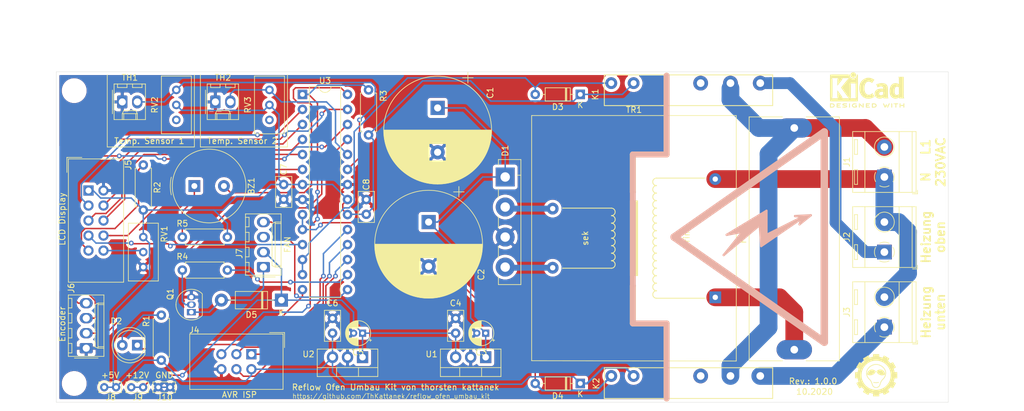
<source format=kicad_pcb>
(kicad_pcb (version 20171130) (host pcbnew 5.1.7-a382d34a8~87~ubuntu20.04.1)
  (title_block (date 2020-10-22))
  (layers (0 F.Cu signal) (31 B.Cu signal) (34 B.Paste user) (35 F.Paste user) (36 B.SilkS user) (37 F.SilkS user) (38 B.Mask user) (39 F.Mask user) (44 Edge.Cuts user))
  (net 0 "")
  (net 1 "Net-(C1-Pad1)")
  (net 2 "Net-(D1-Pad2)")
  (net 3 "Net-(D1-Pad4)")
  (net 4 "Net-(F1-Pad1)")
  (net 5 "Net-(K1-Pad12)")
  (net 6 "Net-(K2-Pad12)")
  (net 7 "Net-(J2-Pad1)")
  (net 8 "Net-(J3-Pad1)")
  (net 9 GND)
  (net 10 L1-230VAC)
  (net 11 N-230VAC)
  (net 12 HEIZUNG_OBEN)
  (net 13 HEIZUNG_UNTEN)
  (net 14 +12V)
  (net 15 +5V)
  (net 16 RST)
  (net 17 MOSI)
  (net 18 SCK)
  (net 19 MISO)
  (net 20 "Net-(D2-Pad2)")
  (net 21 "Net-(D2-Pad1)")
  (net 22 "Net-(J5-Pad10)")
  (net 23 "Net-(J5-Pad9)")
  (net 24 LCD_RS)
  (net 25 LCD_EN)
  (net 26 LCD_D7)
  (net 27 LCD_D6)
  (net 28 LCD_D5)
  (net 29 LCD_D4)
  (net 30 ADC0)
  (net 31 "Net-(RV2-Pad3)")
  (net 32 "Net-(D5-Pad2)")
  (net 33 KEY2)
  (net 34 KEY1)
  (net 35 KEY0)
  (net 36 FAN_PWM)
  (net 37 "Net-(J7-Pad3)")
  (net 38 "Net-(Q1-Pad2)")
  (net 39 FAN_POWER)
  (net 40 "Net-(RV3-Pad3)")
  (net 41 ADC1)
  (net 42 BUZZER)
  (net 43 "Net-(BZ1-Pad1)")
  (module Resistor_THT:R_Axial_DIN0207_L6.3mm_D2.5mm_P7.62mm_Horizontal (layer F.Cu) (at 73.66 76.2)
    (fp_text reference R5 (at 0 -2.286) (layer F.SilkS))
    (fp_text value 150)
    (pad 2 thru_hole oval (at 7.62 0) (size 1.6 1.6) (drill 0.8) (layers *.Cu *.Mask) (net 15 +5V))
    (pad 1 thru_hole circle (at 0 0) (size 1.6 1.6) (drill 0.8) (layers *.Cu *.Mask) (net 43 "Net-(BZ1-Pad1)"))
  )
  (module Capacitor_THT:CP_Radial_D4.0mm_P1.50mm (layer F.Cu) (at 104.14 92.456 180)
    (fp_text reference C5 (at 0.75 -3.25) (layer F.SilkS))
    (fp_text value 0,33u)
    (pad 2 thru_hole circle (at 1.5 0 180) (size 1.2 1.2) (drill 0.6) (layers *.Cu *.Mask) (net 9 GND))
    (pad 1 thru_hole rect (at 0 0 180) (size 1.2 1.2) (drill 0.6) (layers *.Cu *.Mask) (net 14 +12V))
  )
  (module Capacitor_THT:CP_Radial_D4.0mm_P1.50mm (layer F.Cu) (at 124.968 92.456 180)
    (fp_text reference C3 (at 0.75 -3.25) (layer F.SilkS))
    (fp_text value 0,33u)
    (pad 2 thru_hole circle (at 1.5 0 180) (size 1.2 1.2) (drill 0.6) (layers *.Cu *.Mask) (net 9 GND))
    (pad 1 thru_hole rect (at 0 0 180) (size 1.2 1.2) (drill 0.6) (layers *.Cu *.Mask) (net 1 "Net-(C1-Pad1)"))
  )
  (module LED_THT:LED_D5.0mm (layer F.Cu) (at 66.04 94.488 180)
    (fp_text reference D2 (at 3.556 4.064) (layer F.SilkS))
    (fp_text value LED)
    (pad 2 thru_hole circle (at 2.54 0 180) (size 1.8 1.8) (drill 0.9) (layers *.Cu *.Mask) (net 20 "Net-(D2-Pad2)"))
    (pad 1 thru_hole rect (at 0 0 180) (size 1.8 1.8) (drill 0.9) (layers *.Cu *.Mask) (net 21 "Net-(D2-Pad1)"))
  )
  (module Resistor_THT:R_Axial_DIN0207_L6.3mm_D2.5mm_P7.62mm_Horizontal (layer F.Cu) (at 70.104 97.028 90)
    (fp_text reference R1 (at 6.604 -2.54 90) (layer F.SilkS))
    (fp_text value 1,5k)
    (pad 2 thru_hole oval (at 7.62 0 90) (size 1.6 1.6) (drill 0.8) (layers *.Cu *.Mask) (net 20 "Net-(D2-Pad2)"))
    (pad 1 thru_hole circle (at 0 0 90) (size 1.6 1.6) (drill 0.8) (layers *.Cu *.Mask) (net 15 +5V))
  )
  (module Capacitor_THT:CP_Radial_D18.0mm_P7.50mm (layer F.Cu) (at 116.84 54.356 270)
    (fp_text reference C1 (at -2.54 -8.89 90) (layer F.SilkS))
    (fp_text value 10m)
    (pad 2 thru_hole circle (at 7.5 0 270) (size 2.4 2.4) (drill 1.2) (layers *.Cu *.Mask) (net 9 GND))
    (pad 1 thru_hole rect (at 0 0 270) (size 2.4 2.4) (drill 1.2) (layers *.Cu *.Mask) (net 1 "Net-(C1-Pad1)"))
  )
  (module Connector_IDC:IDC-Header_2x03_P2.54mm_Vertical (layer F.Cu) (at 85.344 96.012 270)
    (fp_text reference J4 (at -4.064 9.652 180) (layer F.SilkS))
    (fp_text value AVR-ISP-6)
    (pad 6 thru_hole oval (at 2.54 5.08 270) (size 1.7272 1.7272) (drill 1.016) (layers *.Cu *.Mask) (net 9 GND))
    (pad 5 thru_hole oval (at 0 5.08 270) (size 1.7272 1.7272) (drill 1.016) (layers *.Cu *.Mask) (net 16 RST))
    (pad 4 thru_hole oval (at 2.54 2.54 270) (size 1.7272 1.7272) (drill 1.016) (layers *.Cu *.Mask) (net 17 MOSI))
    (pad 3 thru_hole oval (at 0 2.54 270) (size 1.7272 1.7272) (drill 1.016) (layers *.Cu *.Mask) (net 18 SCK))
    (pad 2 thru_hole oval (at 2.54 0 270) (size 1.7272 1.7272) (drill 1.016) (layers *.Cu *.Mask) (net 15 +5V))
    (pad 1 thru_hole rect (at 0 0 270) (size 1.7272 1.7272) (drill 1.016) (layers *.Cu *.Mask) (net 19 MISO))
  )
  (module TestPoint:TestPoint_Bridge_Pitch2.0mm_Drill0.7mm (layer F.Cu) (at 69.596 101.6)
    (fp_text reference J10 (at 1.1 1.7) (layer F.SilkS))
    (fp_text value GND (at 1.016 -2.032) (layer F.SilkS))
    (pad 1 thru_hole circle (at 2 0) (size 1.4 1.4) (drill 0.7) (layers *.Cu *.Mask) (net 9 GND))
    (pad 1 thru_hole circle (at 0 0) (size 1.4 1.4) (drill 0.7) (layers *.Cu *.Mask) (net 9 GND))
  )
  (module TestPoint:TestPoint_Bridge_Pitch2.0mm_Drill0.7mm (layer F.Cu) (at 65.024 101.6)
    (fp_text reference J9 (at 1.1 1.7) (layer F.SilkS))
    (fp_text value +12V (at 1.016 -2.032) (layer F.SilkS))
    (pad 1 thru_hole circle (at 2 0) (size 1.4 1.4) (drill 0.7) (layers *.Cu *.Mask) (net 14 +12V))
    (pad 1 thru_hole circle (at 0 0) (size 1.4 1.4) (drill 0.7) (layers *.Cu *.Mask) (net 14 +12V))
  )
  (module TestPoint:TestPoint_Bridge_Pitch2.0mm_Drill0.7mm (layer F.Cu) (at 60.452 101.6)
    (fp_text reference J8 (at 1.1 1.7) (layer F.SilkS))
    (fp_text value +5V (at 1.016 -2.032) (layer F.SilkS))
    (pad 1 thru_hole circle (at 2 0) (size 1.4 1.4) (drill 0.7) (layers *.Cu *.Mask) (net 15 +5V))
    (pad 1 thru_hole circle (at 0 0) (size 1.4 1.4) (drill 0.7) (layers *.Cu *.Mask) (net 15 +5V))
  )
  (module Buzzer_Beeper:Buzzer_TDK_PS1240P02BT_D12.2mm_H6.5mm (layer F.Cu) (at 75.692 67.564)
    (fp_text reference BZ1 (at 9.652 0 90) (layer F.SilkS))
    (fp_text value Buzzer)
    (pad 2 thru_hole circle (at 5 0) (size 2 2) (drill 1) (layers *.Cu *.Mask) (net 42 BUZZER))
    (pad 1 thru_hole rect (at 0 0) (size 2 2) (drill 1) (layers *.Cu *.Mask) (net 43 "Net-(BZ1-Pad1)"))
  )
  (module Connector_Molex:Molex_KK-254_AE-6410-02A_1x02_P2.54mm_Vertical (layer F.Cu) (at 79.248 53.34)
    (fp_text reference TH2 (at 1.27 -4.12) (layer F.SilkS))
    (fp_text value KTY84-130)
    (pad 2 thru_hole oval (at 2.54 0) (size 1.74 2.2) (drill 1.2) (layers *.Cu *.Mask) (net 41 ADC1))
    (pad 1 thru_hole roundrect (at 0 0) (size 1.74 2.2) (drill 1.2) (layers *.Cu *.Mask) (roundrect_rratio 0.1436775862068966) (net 9 GND))
  )
  (module Potentiometer_THT:Potentiometer_Bourns_3296W_Vertical (layer F.Cu) (at 88.392 51.308 90)
    (fp_text reference RV3 (at -2.54 -3.66 90) (layer F.SilkS))
    (fp_text value 10k)
    (pad 3 thru_hole circle (at -5.08 0 90) (size 1.44 1.44) (drill 0.8) (layers *.Cu *.Mask) (net 40 "Net-(RV3-Pad3)"))
    (pad 2 thru_hole circle (at -2.54 0 90) (size 1.44 1.44) (drill 0.8) (layers *.Cu *.Mask) (net 15 +5V))
    (pad 1 thru_hole circle (at 0 0 90) (size 1.44 1.44) (drill 0.8) (layers *.Cu *.Mask) (net 41 ADC1))
  )
  (module Resistor_THT:R_Axial_DIN0207_L6.3mm_D2.5mm_P7.62mm_Horizontal (layer F.Cu) (at 73.66 81.788)
    (fp_text reference R4 (at 0 -2.286) (layer F.SilkS))
    (fp_text value 220)
    (pad 2 thru_hole oval (at 7.62 0) (size 1.6 1.6) (drill 0.8) (layers *.Cu *.Mask) (net 39 FAN_POWER))
    (pad 1 thru_hole circle (at 0 0) (size 1.6 1.6) (drill 0.8) (layers *.Cu *.Mask) (net 38 "Net-(Q1-Pad2)"))
  )
  (module Package_TO_SOT_THT:TO-92_Inline (layer F.Cu) (at 75.184 88.9 90)
    (fp_text reference Q1 (at 3.048 -3.556 90) (layer F.SilkS))
    (fp_text value BC337)
    (pad 1 thru_hole rect (at 0 0 90) (size 1.05 1.5) (drill 0.75) (layers *.Cu *.Mask) (net 32 "Net-(D5-Pad2)"))
    (pad 3 thru_hole oval (at 2.54 0 90) (size 1.05 1.5) (drill 0.75) (layers *.Cu *.Mask) (net 9 GND))
    (pad 2 thru_hole oval (at 1.27 0 90) (size 1.05 1.5) (drill 0.75) (layers *.Cu *.Mask) (net 38 "Net-(Q1-Pad2)"))
  )
  (module Connector_Molex:Molex_KK-254_AE-6410-04A_1x04_P2.54mm_Vertical (layer F.Cu) (at 87.376 81.28 90)
    (fp_text reference J7 (at 2.286 -4.064 90) (layer F.SilkS))
    (fp_text value FAN (at 3.81 4.08 90) (layer F.SilkS))
    (pad 4 thru_hole oval (at 7.62 0 90) (size 1.74 2.2) (drill 1.2) (layers *.Cu *.Mask) (net 36 FAN_PWM))
    (pad 3 thru_hole oval (at 5.08 0 90) (size 1.74 2.2) (drill 1.2) (layers *.Cu *.Mask) (net 37 "Net-(J7-Pad3)"))
    (pad 2 thru_hole oval (at 2.54 0 90) (size 1.74 2.2) (drill 1.2) (layers *.Cu *.Mask) (net 14 +12V))
    (pad 1 thru_hole roundrect (at 0 0 90) (size 1.74 2.2) (drill 1.2) (layers *.Cu *.Mask) (roundrect_rratio 0.1436775862068966) (net 32 "Net-(D5-Pad2)"))
  )
  (module Connector_Molex:Molex_KK-254_AE-6410-04A_1x04_P2.54mm_Vertical (layer F.Cu) (at 57.404 94.996 90)
    (fp_text reference J6 (at 10.16 -2.54 90) (layer F.SilkS))
    (fp_text value Encoder (at 4.064 -4.064 90) (layer F.SilkS))
    (pad 4 thru_hole oval (at 7.62 0 90) (size 1.74 2.2) (drill 1.2) (layers *.Cu *.Mask) (net 33 KEY2))
    (pad 3 thru_hole oval (at 5.08 0 90) (size 1.74 2.2) (drill 1.2) (layers *.Cu *.Mask) (net 34 KEY1))
    (pad 2 thru_hole oval (at 2.54 0 90) (size 1.74 2.2) (drill 1.2) (layers *.Cu *.Mask) (net 35 KEY0))
    (pad 1 thru_hole roundrect (at 0 0 90) (size 1.74 2.2) (drill 1.2) (layers *.Cu *.Mask) (roundrect_rratio 0.1436775862068966) (net 9 GND))
  )
  (module Diode_THT:D_DO-41_SOD81_P10.16mm_Horizontal (layer F.Cu) (at 90.424 86.868 180)
    (fp_text reference D5 (at 5.08 -2.47) (layer F.SilkS))
    (fp_text value 1N4001)
    (fp_text user K (at 0 -2.1) (layer F.SilkS))
    (pad 2 thru_hole oval (at 10.16 0 180) (size 2.2 2.2) (drill 1.1) (layers *.Cu *.Mask) (net 32 "Net-(D5-Pad2)"))
    (pad 1 thru_hole rect (at 0 0 180) (size 2.2 2.2) (drill 1.1) (layers *.Cu *.Mask) (net 14 +12V))
  )
  (module Connector_Molex:Molex_KK-254_AE-6410-02A_1x02_P2.54mm_Vertical (layer F.Cu) (at 63.5 53.34)
    (fp_text reference TH1 (at 1.27 -4.12) (layer F.SilkS))
    (fp_text value KTY84-130)
    (pad 2 thru_hole oval (at 2.54 0) (size 1.74 2.2) (drill 1.2) (layers *.Cu *.Mask) (net 30 ADC0))
    (pad 1 thru_hole roundrect (at 0 0) (size 1.74 2.2) (drill 1.2) (layers *.Cu *.Mask) (roundrect_rratio 0.1436775862068966) (net 9 GND))
  )
  (module Potentiometer_THT:Potentiometer_Bourns_3296W_Vertical (layer F.Cu) (at 72.644 51.308 90)
    (fp_text reference RV2 (at -2.54 -3.66 90) (layer F.SilkS))
    (fp_text value 10k)
    (pad 3 thru_hole circle (at -5.08 0 90) (size 1.44 1.44) (drill 0.8) (layers *.Cu *.Mask) (net 31 "Net-(RV2-Pad3)"))
    (pad 2 thru_hole circle (at -2.54 0 90) (size 1.44 1.44) (drill 0.8) (layers *.Cu *.Mask) (net 15 +5V))
    (pad 1 thru_hole circle (at 0 0 90) (size 1.44 1.44) (drill 0.8) (layers *.Cu *.Mask) (net 30 ADC0))
  )
  (module logos_tk:high_voltage_26mm_fsilk (layer B.Cu) (at 172.085 76.2 270)
    (fp_text reference REF** hide)
    (fp_text value high_voltage_26mm_fsilk hide)
  )
  (module Diode_THT:D_DO-35_SOD27_P7.62mm_Horizontal (layer F.Cu) (at 140.97 100.965 180)
    (fp_text reference D4 (at 3.81 -2.12) (layer F.SilkS))
    (fp_text value 1N4148)
    (fp_text user K (at 0 -1.8) (layer F.SilkS))
    (pad 2 thru_hole oval (at 7.62 0 180) (size 1.6 1.6) (drill 0.8) (layers *.Cu *.Mask) (net 13 HEIZUNG_UNTEN))
    (pad 1 thru_hole rect (at 0 0 180) (size 1.6 1.6) (drill 0.8) (layers *.Cu *.Mask) (net 15 +5V))
  )
  (module Diode_THT:D_DO-35_SOD27_P7.62mm_Horizontal (layer F.Cu) (at 140.97 52.07 180)
    (fp_text reference D3 (at 3.81 -2.12) (layer F.SilkS))
    (fp_text value 1N4148)
    (fp_text user K (at 0 -1.8) (layer F.SilkS))
    (pad 2 thru_hole oval (at 7.62 0 180) (size 1.6 1.6) (drill 0.8) (layers *.Cu *.Mask) (net 12 HEIZUNG_OBEN))
    (pad 1 thru_hole rect (at 0 0 180) (size 1.6 1.6) (drill 0.8) (layers *.Cu *.Mask) (net 15 +5V))
  )
  (module Resistor_THT:R_Axial_DIN0207_L6.3mm_D2.5mm_P7.62mm_Horizontal (layer F.Cu) (at 105.156 58.928 90)
    (fp_text reference R3 (at 6.604 2.54 90) (layer F.SilkS))
    (fp_text value 10k)
    (pad 2 thru_hole oval (at 7.62 0 90) (size 1.6 1.6) (drill 0.8) (layers *.Cu *.Mask) (net 16 RST))
    (pad 1 thru_hole circle (at 0 0 90) (size 1.6 1.6) (drill 0.8) (layers *.Cu *.Mask) (net 15 +5V))
  )
  (module MountingHole:MountingHole_3.2mm_M3_DIN965 (layer F.Cu) (at 200.025 100.965)
    (fp_text reference REF** hide)
    (fp_text value MountingHole_3.2mm_M3_DIN965)
    (pad 1 np_thru_hole circle (at 0 0) (size 3.2 3.2) (drill 3.2) (layers *.Cu *.Mask))
  )
  (module MountingHole:MountingHole_3.2mm_M3_DIN965 (layer F.Cu) (at 200.025 51.435)
    (fp_text reference REF** hide)
    (fp_text value MountingHole_3.2mm_M3_DIN965)
    (pad 1 np_thru_hole circle (at 0 0) (size 3.2 3.2) (drill 3.2) (layers *.Cu *.Mask))
  )
  (module MountingHole:MountingHole_3.2mm_M3_DIN965 (layer F.Cu) (at 55.372 100.965)
    (fp_text reference REF** hide)
    (fp_text value MountingHole_3.2mm_M3_DIN965)
    (pad 1 np_thru_hole circle (at 0 0) (size 3.2 3.2) (drill 3.2) (layers *.Cu *.Mask))
  )
  (module MountingHole:MountingHole_3.2mm_M3_DIN965 (layer F.Cu) (at 55.372 51.435)
    (fp_text reference REF** hide)
    (fp_text value MountingHole_3.2mm_M3_DIN965)
    (pad 1 np_thru_hole circle (at 0 0) (size 3.2 3.2) (drill 3.2) (layers *.Cu *.Mask))
  )
  (module Potentiometer_THT:Potentiometer_Bourns_3296W_Vertical (layer F.Cu) (at 67.056 76.2 90)
    (fp_text reference RV1 (at 0.508 3.556 90) (layer F.SilkS))
    (fp_text value 10k)
    (pad 3 thru_hole circle (at -5.08 0 90) (size 1.44 1.44) (drill 0.8) (layers *.Cu *.Mask) (net 9 GND))
    (pad 2 thru_hole circle (at -2.54 0 90) (size 1.44 1.44) (drill 0.8) (layers *.Cu *.Mask) (net 22 "Net-(J5-Pad10)"))
    (pad 1 thru_hole circle (at 0 0 90) (size 1.44 1.44) (drill 0.8) (layers *.Cu *.Mask) (net 15 +5V))
  )
  (module Resistor_THT:R_Axial_DIN0207_L6.3mm_D2.5mm_P7.62mm_Horizontal (layer F.Cu) (at 67.056 64.008 270)
    (fp_text reference R2 (at 3.81 -2.37 90) (layer F.SilkS))
    (fp_text value 150)
    (pad 2 thru_hole oval (at 7.62 0 270) (size 1.6 1.6) (drill 0.8) (layers *.Cu *.Mask) (net 15 +5V))
    (pad 1 thru_hole circle (at 0 0 270) (size 1.6 1.6) (drill 0.8) (layers *.Cu *.Mask) (net 23 "Net-(J5-Pad9)"))
  )
  (module Connector_IDC:IDC-Header_2x05_P2.54mm_Vertical (layer F.Cu) (at 57.785 68.326)
    (fp_text reference J5 (at 6.731 -4.318 90) (layer F.SilkS))
    (fp_text value "LCD Display" (at -4.445 4.826 90) (layer F.SilkS))
    (pad 10 thru_hole oval (at 2.54 10.16) (size 1.7272 1.7272) (drill 1.016) (layers *.Cu *.Mask) (net 22 "Net-(J5-Pad10)"))
    (pad 9 thru_hole oval (at 0 10.16) (size 1.7272 1.7272) (drill 1.016) (layers *.Cu *.Mask) (net 23 "Net-(J5-Pad9)"))
    (pad 8 thru_hole oval (at 2.54 7.62) (size 1.7272 1.7272) (drill 1.016) (layers *.Cu *.Mask) (net 24 LCD_RS))
    (pad 7 thru_hole oval (at 0 7.62) (size 1.7272 1.7272) (drill 1.016) (layers *.Cu *.Mask) (net 25 LCD_EN))
    (pad 6 thru_hole oval (at 2.54 5.08) (size 1.7272 1.7272) (drill 1.016) (layers *.Cu *.Mask) (net 26 LCD_D7))
    (pad 5 thru_hole oval (at 0 5.08) (size 1.7272 1.7272) (drill 1.016) (layers *.Cu *.Mask) (net 27 LCD_D6))
    (pad 4 thru_hole oval (at 2.54 2.54) (size 1.7272 1.7272) (drill 1.016) (layers *.Cu *.Mask) (net 28 LCD_D5))
    (pad 3 thru_hole oval (at 0 2.54) (size 1.7272 1.7272) (drill 1.016) (layers *.Cu *.Mask) (net 29 LCD_D4))
    (pad 2 thru_hole oval (at 2.54 0) (size 1.7272 1.7272) (drill 1.016) (layers *.Cu *.Mask) (net 9 GND))
    (pad 1 thru_hole rect (at 0 0) (size 1.7272 1.7272) (drill 1.016) (layers *.Cu *.Mask) (net 15 +5V))
  )
  (module Capacitor_THT:C_Disc_D5.0mm_W2.5mm_P2.50mm (layer F.Cu) (at 104.775 69.85 270)
    (fp_text reference C8 (at -2.54 0 90) (layer F.SilkS))
    (fp_text value 100n)
    (pad 2 thru_hole circle (at 2.5 0 270) (size 1.6 1.6) (drill 0.8) (layers *.Cu *.Mask) (net 15 +5V))
    (pad 1 thru_hole circle (at 0 0 270) (size 1.6 1.6) (drill 0.8) (layers *.Cu *.Mask) (net 9 GND))
  )
  (module Capacitor_THT:C_Disc_D5.0mm_W2.5mm_P2.50mm (layer F.Cu) (at 90.805 67.31 270)
    (fp_text reference C7 (at -2.54 0 90) (layer F.SilkS))
    (fp_text value 100n)
    (pad 2 thru_hole circle (at 2.5 0 270) (size 1.6 1.6) (drill 0.8) (layers *.Cu *.Mask) (net 9 GND))
    (pad 1 thru_hole circle (at 0 0 270) (size 1.6 1.6) (drill 0.8) (layers *.Cu *.Mask) (net 15 +5V))
  )
  (module Package_DIP:DIP-28_W7.62mm (layer F.Cu) (at 93.98 52.07)
    (fp_text reference U3 (at 3.81 -2.33) (layer F.SilkS))
    (fp_text value ATmega8-16PU)
    (pad 28 thru_hole oval (at 7.62 0) (size 1.6 1.6) (drill 0.8) (layers *.Cu *.Mask) (net 42 BUZZER))
    (pad 14 thru_hole oval (at 0 33.02) (size 1.6 1.6) (drill 0.8) (layers *.Cu *.Mask) (net 21 "Net-(D2-Pad1)"))
    (pad 27 thru_hole oval (at 7.62 2.54) (size 1.6 1.6) (drill 0.8) (layers *.Cu *.Mask) (net 33 KEY2))
    (pad 13 thru_hole oval (at 0 30.48) (size 1.6 1.6) (drill 0.8) (layers *.Cu *.Mask) (net 12 HEIZUNG_OBEN))
    (pad 26 thru_hole oval (at 7.62 5.08) (size 1.6 1.6) (drill 0.8) (layers *.Cu *.Mask) (net 34 KEY1))
    (pad 12 thru_hole oval (at 0 27.94) (size 1.6 1.6) (drill 0.8) (layers *.Cu *.Mask) (net 12 HEIZUNG_OBEN))
    (pad 25 thru_hole oval (at 7.62 7.62) (size 1.6 1.6) (drill 0.8) (layers *.Cu *.Mask) (net 35 KEY0))
    (pad 11 thru_hole oval (at 0 25.4) (size 1.6 1.6) (drill 0.8) (layers *.Cu *.Mask) (net 25 LCD_EN))
    (pad 24 thru_hole oval (at 7.62 10.16) (size 1.6 1.6) (drill 0.8) (layers *.Cu *.Mask) (net 41 ADC1))
    (pad 10 thru_hole oval (at 0 22.86) (size 1.6 1.6) (drill 0.8) (layers *.Cu *.Mask) (net 13 HEIZUNG_UNTEN))
    (pad 23 thru_hole oval (at 7.62 12.7) (size 1.6 1.6) (drill 0.8) (layers *.Cu *.Mask) (net 30 ADC0))
    (pad 9 thru_hole oval (at 0 20.32) (size 1.6 1.6) (drill 0.8) (layers *.Cu *.Mask) (net 13 HEIZUNG_UNTEN))
    (pad 22 thru_hole oval (at 7.62 15.24) (size 1.6 1.6) (drill 0.8) (layers *.Cu *.Mask) (net 9 GND))
    (pad 8 thru_hole oval (at 0 17.78) (size 1.6 1.6) (drill 0.8) (layers *.Cu *.Mask) (net 9 GND))
    (pad 21 thru_hole oval (at 7.62 17.78) (size 1.6 1.6) (drill 0.8) (layers *.Cu *.Mask) (net 15 +5V))
    (pad 7 thru_hole oval (at 0 15.24) (size 1.6 1.6) (drill 0.8) (layers *.Cu *.Mask) (net 15 +5V))
    (pad 20 thru_hole oval (at 7.62 20.32) (size 1.6 1.6) (drill 0.8) (layers *.Cu *.Mask) (net 15 +5V))
    (pad 6 thru_hole oval (at 0 12.7) (size 1.6 1.6) (drill 0.8) (layers *.Cu *.Mask) (net 24 LCD_RS))
    (pad 19 thru_hole oval (at 7.62 22.86) (size 1.6 1.6) (drill 0.8) (layers *.Cu *.Mask) (net 18 SCK))
    (pad 5 thru_hole oval (at 0 10.16) (size 1.6 1.6) (drill 0.8) (layers *.Cu *.Mask) (net 26 LCD_D7))
    (pad 18 thru_hole oval (at 7.62 25.4) (size 1.6 1.6) (drill 0.8) (layers *.Cu *.Mask) (net 19 MISO))
    (pad 4 thru_hole oval (at 0 7.62) (size 1.6 1.6) (drill 0.8) (layers *.Cu *.Mask) (net 27 LCD_D6))
    (pad 17 thru_hole oval (at 7.62 27.94) (size 1.6 1.6) (drill 0.8) (layers *.Cu *.Mask) (net 17 MOSI))
    (pad 3 thru_hole oval (at 0 5.08) (size 1.6 1.6) (drill 0.8) (layers *.Cu *.Mask) (net 28 LCD_D5))
    (pad 16 thru_hole oval (at 7.62 30.48) (size 1.6 1.6) (drill 0.8) (layers *.Cu *.Mask) (net 39 FAN_POWER))
    (pad 2 thru_hole oval (at 0 2.54) (size 1.6 1.6) (drill 0.8) (layers *.Cu *.Mask) (net 29 LCD_D4))
    (pad 15 thru_hole oval (at 7.62 33.02) (size 1.6 1.6) (drill 0.8) (layers *.Cu *.Mask) (net 36 FAN_PWM))
    (pad 1 thru_hole rect (at 0 0) (size 1.6 1.6) (drill 0.8) (layers *.Cu *.Mask) (net 16 RST))
  )
  (module logos_tk:logo_01_7_1mm_fsilk (layer F.Cu) (at 191.008 99.568)
    (fp_text reference G*** hide)
    (fp_text value LOGO hide)
  )
  (module Package_TO_SOT_THT:TO-220-3_Vertical (layer F.Cu) (at 104.14 96.52 180)
    (fp_text reference U2 (at 9.144 0.508) (layer F.SilkS))
    (fp_text value L7805)
    (pad 3 thru_hole oval (at 5.08 0 180) (size 1.905 2) (drill 1.1) (layers *.Cu *.Mask) (net 15 +5V))
    (pad 2 thru_hole oval (at 2.54 0 180) (size 1.905 2) (drill 1.1) (layers *.Cu *.Mask) (net 9 GND))
    (pad 1 thru_hole rect (at 0 0 180) (size 1.905 2) (drill 1.1) (layers *.Cu *.Mask) (net 14 +12V))
  )
  (module Package_TO_SOT_THT:TO-220-3_Vertical (layer F.Cu) (at 124.968 96.52 180)
    (fp_text reference U1 (at 9.144 0.508) (layer F.SilkS))
    (fp_text value L7812)
    (pad 3 thru_hole oval (at 5.08 0 180) (size 1.905 2) (drill 1.1) (layers *.Cu *.Mask) (net 14 +12V))
    (pad 2 thru_hole oval (at 2.54 0 180) (size 1.905 2) (drill 1.1) (layers *.Cu *.Mask) (net 9 GND))
    (pad 1 thru_hole rect (at 0 0 180) (size 1.905 2) (drill 1.1) (layers *.Cu *.Mask) (net 1 "Net-(C1-Pad1)"))
  )
  (module Capacitor_THT:C_Disc_D5.0mm_W2.5mm_P2.50mm (layer F.Cu) (at 99.06 92.456 90)
    (fp_text reference C6 (at 5.08 0 180) (layer F.SilkS))
    (fp_text value 100n)
    (pad 2 thru_hole circle (at 2.5 0 90) (size 1.6 1.6) (drill 0.8) (layers *.Cu *.Mask) (net 9 GND))
    (pad 1 thru_hole circle (at 0 0 90) (size 1.6 1.6) (drill 0.8) (layers *.Cu *.Mask) (net 15 +5V))
  )
  (module Capacitor_THT:C_Disc_D5.0mm_W2.5mm_P2.50mm (layer F.Cu) (at 119.888 92.456 90)
    (fp_text reference C4 (at 5.08 0 180) (layer F.SilkS))
    (fp_text value 100n)
    (pad 2 thru_hole circle (at 2.5 0 90) (size 1.6 1.6) (drill 0.8) (layers *.Cu *.Mask) (net 9 GND))
    (pad 1 thru_hole circle (at 0 0 90) (size 1.6 1.6) (drill 0.8) (layers *.Cu *.Mask) (net 14 +12V))
  )
  (module transformer_tk:Transformer_NF_GERTH_387.12-1 (layer F.Cu) (at 163.83 86.36)
    (fp_text reference TR1 (at -13.7795 -31.6865) (layer F.SilkS))
    (fp_text value GERTH_12V_3.6VA)
    (fp_text user sek (at -22.0345 -9.9695 270) (layer F.SilkS))
    (fp_text user prim (at -4.8895 -9.9695 90) (layer F.SilkS))
    (pad 1 thru_hole rect (at -0.0295 0.0305) (size 2 2) (drill 0.9) (layers *.Cu *.Mask) (net 4 "Net-(F1-Pad1)"))
    (pad 5 thru_hole circle (at -0.0295 -19.9695) (size 2 2) (drill 0.9) (layers *.Cu *.Mask) (net 11 N-230VAC))
    (pad 9 thru_hole circle (at -27.5295 -4.9695) (size 2 2) (drill 0.9) (layers *.Cu *.Mask) (net 3 "Net-(D1-Pad4)"))
    (pad 7 thru_hole circle (at -27.5295 -14.9695) (size 2 2) (drill 0.9) (layers *.Cu *.Mask) (net 2 "Net-(D1-Pad2)"))
  )
  (module Symbol:KiCad-Logo2_5mm_SilkScreen (layer F.Cu) (at 189.484 51.308)
    (fp_text reference REF** hide)
    (fp_text value KiCad-Logo2_5mm_SilkScreen hide)
  )
  (module TerminalBlock_RND:TerminalBlock_RND_205-00287_1x02_P5.08mm_Horizontal (layer F.Cu) (at 192.405 78.74 90)
    (fp_text reference J2 (at 2.54 -6.36 90) (layer F.SilkS))
    (fp_text value "Heizung oben")
    (pad 2 thru_hole circle (at 5.08 0 90) (size 2.5 2.5) (drill 1.3) (layers *.Cu *.Mask) (net 11 N-230VAC))
    (pad 1 thru_hole rect (at 0 0 90) (size 2.5 2.5) (drill 1.3) (layers *.Cu *.Mask) (net 7 "Net-(J2-Pad1)"))
  )
  (module TerminalBlock_RND:TerminalBlock_RND_205-00287_1x02_P5.08mm_Horizontal (layer F.Cu) (at 192.405 91.44 90)
    (fp_text reference J3 (at 2.54 -6.36 90) (layer F.SilkS))
    (fp_text value "Heizung unten")
    (pad 2 thru_hole circle (at 5.08 0 90) (size 2.5 2.5) (drill 1.3) (layers *.Cu *.Mask) (net 11 N-230VAC))
    (pad 1 thru_hole rect (at 0 0 90) (size 2.5 2.5) (drill 1.3) (layers *.Cu *.Mask) (net 8 "Net-(J3-Pad1)"))
  )
  (module relay_tk:FTR-LY_Cxxx (layer F.Cu) (at 166.37 99.695)
    (fp_text reference K2 (at -22.7 1.27 90) (layer F.SilkS))
    (fp_text value FTR-LY_Cxxx)
    (pad A1 thru_hole circle (at -20.16 0) (size 2 2) (drill 1) (layers *.Cu *.Mask) (net 13 HEIZUNG_UNTEN))
    (pad A2 thru_hole circle (at -16.38 0) (size 2 2) (drill 1) (layers *.Cu *.Mask) (net 15 +5V))
    (pad 12 thru_hole circle (at -5.04 0) (size 2.5 2.5) (drill 1.3) (layers *.Cu *.Mask) (net 6 "Net-(K2-Pad12)"))
    (pad 11 thru_hole circle (at 0 0) (size 2.5 2.5) (drill 1.3) (layers *.Cu *.Mask) (net 10 L1-230VAC))
    (pad 14 thru_hole circle (at 5.04 0) (size 2.5 2.5) (drill 1.3) (layers *.Cu *.Mask) (net 8 "Net-(J3-Pad1)"))
  )
  (module relay_tk:FTR-LY_Cxxx (layer F.Cu) (at 166.37 50.165)
    (fp_text reference K1 (at -22.86 1.905 90) (layer F.SilkS))
    (fp_text value FTR-LY_Cxxx)
    (pad A1 thru_hole circle (at -20.16 0) (size 2 2) (drill 1) (layers *.Cu *.Mask) (net 12 HEIZUNG_OBEN))
    (pad A2 thru_hole circle (at -16.38 0) (size 2 2) (drill 1) (layers *.Cu *.Mask) (net 15 +5V))
    (pad 12 thru_hole circle (at -5.04 0) (size 2.5 2.5) (drill 1.3) (layers *.Cu *.Mask) (net 5 "Net-(K1-Pad12)"))
    (pad 11 thru_hole circle (at 0 0) (size 2.5 2.5) (drill 1.3) (layers *.Cu *.Mask) (net 10 L1-230VAC))
    (pad 14 thru_hole circle (at 5.04 0) (size 2.5 2.5) (drill 1.3) (layers *.Cu *.Mask) (net 7 "Net-(J2-Pad1)"))
  )
  (module Fuse:Fuseholder_Cylinder-6.3x32mm_Schurter_0031-8002_Horizontal_Open (layer F.Cu) (at 177.165 95.25 90)
    (fp_text reference F1 (at 18.85 -8.65 90) (layer F.SilkS))
    (fp_text value Fuse)
    (pad 1 thru_hole oval (at 0 0 90) (size 3.25 6) (drill 1.3) (layers *.Cu *.Mask) (net 4 "Net-(F1-Pad1)"))
    (pad 2 thru_hole oval (at 37.5 0 90) (size 3.25 6) (drill 1.3) (layers *.Cu *.Mask) (net 10 L1-230VAC))
    (pad "" np_thru_hole circle (at 18.75 0 90) (size 3.2 3.2) (drill 3.2) (layers *.Cu *.Mask))
  )
  (module TerminalBlock_RND:TerminalBlock_RND_205-00287_1x02_P5.08mm_Horizontal (layer F.Cu) (at 192.405 66.04 90)
    (fp_text reference J1 (at 2.54 -6.36 90) (layer F.SilkS))
    (fp_text value 230VAC)
    (pad 2 thru_hole circle (at 5.08 0 90) (size 2.5 2.5) (drill 1.3) (layers *.Cu *.Mask) (net 10 L1-230VAC))
    (pad 1 thru_hole rect (at 0 0 90) (size 2.5 2.5) (drill 1.3) (layers *.Cu *.Mask) (net 11 N-230VAC))
  )
  (module Diode_THT:Diode_Bridge_Vishay_GBL (layer F.Cu) (at 128.27 66.04 270)
    (fp_text reference D1 (at -4.445 0 90) (layer F.SilkS))
    (fp_text value B40C1500G)
    (pad 1 thru_hole rect (at 0 0 90) (size 3.2 3.2) (drill 1.6) (layers *.Cu *.Mask) (net 1 "Net-(C1-Pad1)"))
    (pad 2 thru_hole circle (at 5.08 0 90) (size 3.2 3.2) (drill 1.6) (layers *.Cu *.Mask) (net 2 "Net-(D1-Pad2)"))
    (pad 3 thru_hole circle (at 10.16 0 90) (size 3.2 3.2) (drill 1.6) (layers *.Cu *.Mask) (net 9 GND))
    (pad 4 thru_hole circle (at 15.24 0 90) (size 3.2 3.2) (drill 1.6) (layers *.Cu *.Mask) (net 3 "Net-(D1-Pad4)"))
  )
  (module Capacitor_THT:CP_Radial_D18.0mm_P7.50mm (layer F.Cu) (at 115.316 73.66 270)
    (fp_text reference C2 (at 8.89 -8.89 90) (layer F.SilkS))
    (fp_text value 10m)
    (pad 2 thru_hole circle (at 7.5 0 270) (size 2.4 2.4) (drill 1.2) (layers *.Cu *.Mask) (net 9 GND))
    (pad 1 thru_hole rect (at 0 0 270) (size 2.4 2.4) (drill 1.2) (layers *.Cu *.Mask) (net 1 "Net-(C1-Pad1)"))
  )
  (gr_text "Rev.: 1.0.0" (at 180.34 100.584) (layer F.SilkS) (effects (font (size 1 1))))
  (gr_text https://github.com/ThKattanek/reflow_ofen_umbau_kit (at 108.966 103.124) (layer F.SilkS) (effects (font (size 0.8 0.8) (thickness 0.1))))
  (gr_text 10.2020 (at 180.594 102.362) (layer F.SilkS) (effects (font (size 1 1))))
  (gr_text "Temp. Sensor 2" (at 83.82 59.944) (layer F.SilkS) (effects (font (size 1 1))))
  (gr_line (start 91.44 60.96) (end 91.44 48.768) (layer F.SilkS) (width 0.12))
  (gr_line (start 76.708 60.96) (end 91.44 60.96) (layer F.SilkS) (width 0.12))
  (gr_line (start 76.708 48.768) (end 76.708 60.96) (layer F.SilkS) (width 0.12))
  (gr_line (start 75.692 60.96) (end 75.692 48.768) (layer F.SilkS) (width 0.12))
  (gr_line (start 60.96 60.96) (end 75.692 60.96) (layer F.SilkS) (width 0.12))
  (gr_line (start 60.96 48.768) (end 60.96 60.96) (layer F.SilkS) (width 0.12))
  (gr_text "Temp. Sensor 1" (at 68.072 59.944) (layer F.SilkS) (effects (font (size 1 1))))
  (gr_text "Reflow Ofen Umbau Kit von thorsten kattanek" (at 109.728 101.6) (layer F.SilkS) (effects (font (size 1 1))))
  (gr_text "AVR ISP" (at 83.312 102.87) (layer F.SilkS) (effects (font (size 1 1))))
  (gr_text N (at 199.39 66.04 90) (layer F.SilkS) (effects (font (size 1.5 1.5) (thickness 0.3))))
  (gr_text L1 (at 199.39 60.96 90) (layer F.SilkS) (effects (font (size 1.5 1.5) (thickness 0.3))))
  (gr_line (start 149.86 68.58) (end 149.86 84.455) (layer B.SilkS) (width 1))
  (gr_line (start 155.575 48.895) (end 155.575 62.23) (layer F.SilkS) (width 1))
  (gr_line (start 149.86 90.805) (end 155.575 90.805) (layer F.SilkS) (width 1))
  (gr_line (start 149.86 62.23) (end 149.86 68.58) (layer F.SilkS) (width 1))
  (gr_line (start 155.575 62.23) (end 149.86 62.23) (layer F.SilkS) (width 1))
  (gr_line (start 149.86 84.455) (end 149.86 90.805) (layer F.SilkS) (width 1))
  (gr_line (start 155.575 90.805) (end 155.575 103.505) (layer F.SilkS) (width 1))
  (gr_line (start 155.575 90.805) (end 155.575 103.505) (layer B.SilkS) (width 1))
  (gr_line (start 149.86 90.805) (end 155.575 90.805) (layer B.SilkS) (width 1))
  (gr_line (start 149.86 84.455) (end 149.86 90.805) (layer B.SilkS) (width 1))
  (gr_line (start 149.86 62.23) (end 149.86 68.58) (layer B.SilkS) (width 1))
  (gr_line (start 155.575 62.23) (end 149.86 62.23) (layer B.SilkS) (width 1))
  (gr_line (start 155.575 48.895) (end 155.575 62.23) (layer B.SilkS) (width 1))
  (gr_text "Heizung\nunten" (at 200.66 88.9 90) (layer F.SilkS) (effects (font (size 1.5 1.5) (thickness 0.3))))
  (gr_text "Heizung\noben" (at 200.66 76.2 90) (layer F.SilkS) (effects (font (size 1.5 1.5) (thickness 0.3))))
  (gr_text 230VAC (at 201.93 63.5 90) (layer F.SilkS) (effects (font (size 1.5 1.5) (thickness 0.3))))
  (gr_line (start 52.324 104.14) (end 52.324 48.26) (layer Edge.Cuts) (width 0.05))
  (gr_line (start 203.2 104.14) (end 52.324 104.14) (layer Edge.Cuts) (width 0.05))
  (gr_line (start 203.2 48.26) (end 203.2 104.14) (layer Edge.Cuts) (width 0.05))
  (gr_line (start 52.324 48.26) (end 203.2 48.26) (layer Edge.Cuts) (width 0.05))
  (segment (start 124.968 92.456) (end 124.968 96.52) (width 0.25) (layer B.Cu) (net 1))
  (segment (start 116.84 54.356) (end 121.412 54.356) (width 0.25) (layer B.Cu) (net 1))
  (segment (start 128.27 61.214) (end 128.27 66.04) (width 0.25) (layer B.Cu) (net 1))
  (segment (start 121.412 54.356) (end 128.27 61.214) (width 0.25) (layer B.Cu) (net 1))
  (segment (start 115.316 73.66) (end 116.84 73.66) (width 0.25) (layer B.Cu) (net 1))
  (segment (start 124.46 66.04) (end 128.27 66.04) (width 0.25) (layer B.Cu) (net 1))
  (segment (start 116.84 73.66) (end 124.46 66.04) (width 0.25) (layer B.Cu) (net 1))
  (segment (start 115.316 73.66) (end 122.428 80.772) (width 0.25) (layer B.Cu) (net 1))
  (segment (start 122.428 89.916) (end 124.968 92.456) (width 0.25) (layer B.Cu) (net 1))
  (segment (start 122.428 80.772) (end 122.428 89.916) (width 0.25) (layer B.Cu) (net 1))
  (segment (start 128.5405 71.3905) (end 128.27 71.12) (width 1) (layer B.Cu) (net 2))
  (segment (start 136.3005 71.3905) (end 128.5405 71.3905) (width 1) (layer B.Cu) (net 2))
  (segment (start 128.3805 81.3905) (end 128.27 81.28) (width 1) (layer B.Cu) (net 3))
  (segment (start 136.3005 81.3905) (end 128.3805 81.3905) (width 1) (layer B.Cu) (net 3))
  (segment (start 163.8005 86.3905) (end 174.6555 86.3905) (width 3) (layer F.Cu) (net 4))
  (segment (start 177.165 88.9) (end 177.165 95.25) (width 3) (layer F.Cu) (net 4))
  (segment (start 174.6555 86.3905) (end 177.165 88.9) (width 3) (layer F.Cu) (net 4))
  (segment (start 189.155 78.74) (end 184.15 73.735) (width 2) (layer B.Cu) (net 7))
  (segment (start 192.405 78.74) (end 189.155 78.74) (width 2) (layer B.Cu) (net 7))
  (segment (start 173.177766 50.165) (end 171.41 50.165) (width 2) (layer B.Cu) (net 7))
  (segment (start 176.435091 50.165) (end 173.177766 50.165) (width 2) (layer B.Cu) (net 7))
  (segment (start 184.15 57.879909) (end 176.435091 50.165) (width 2) (layer B.Cu) (net 7))
  (segment (start 184.15 73.735) (end 184.15 57.879909) (width 2) (layer B.Cu) (net 7))
  (segment (start 184.15 99.695) (end 192.405 91.44) (width 3) (layer B.Cu) (net 8))
  (segment (start 171.41 99.695) (end 184.15 99.695) (width 3) (layer B.Cu) (net 8))
  (segment (start 69.596 101.6) (end 71.596 101.6) (width 0.25) (layer B.Cu) (net 9))
  (via (at 95.795 71.543264) (size 0.8) (drill 0.4) (layers F.Cu B.Cu) (net 9))
  (segment (start 95.673264 71.543264) (end 95.795 71.543264) (width 0.25) (layer B.Cu) (net 9))
  (segment (start 93.98 69.85) (end 95.673264 71.543264) (width 0.25) (layer B.Cu) (net 9))
  (segment (start 97.366736 71.543264) (end 101.6 67.31) (width 0.25) (layer F.Cu) (net 9))
  (segment (start 95.795 71.543264) (end 97.366736 71.543264) (width 0.25) (layer F.Cu) (net 9))
  (segment (start 166.37 52.955) (end 166.37 51.03501) (width 3) (layer B.Cu) (net 10))
  (segment (start 171.165 57.75) (end 166.37 52.955) (width 3) (layer B.Cu) (net 10))
  (segment (start 177.165 57.75) (end 171.165 57.75) (width 3) (layer B.Cu) (net 10))
  (segment (start 172.814999 91.482235) (end 172.814999 62.135001) (width 3) (layer B.Cu) (net 10))
  (segment (start 166.37 97.927234) (end 172.814999 91.482235) (width 3) (layer B.Cu) (net 10))
  (segment (start 166.37 99.695) (end 166.37 97.927234) (width 3) (layer B.Cu) (net 10))
  (segment (start 177.165 57.785) (end 177.165 57.75) (width 3) (layer B.Cu) (net 10))
  (segment (start 172.814999 62.135001) (end 177.165 57.785) (width 3) (layer B.Cu) (net 10))
  (segment (start 189.195 57.75) (end 192.405 60.96) (width 3) (layer F.Cu) (net 10))
  (segment (start 177.165 57.75) (end 189.195 57.75) (width 3) (layer F.Cu) (net 10))
  (segment (start 194.172766 73.66) (end 192.405 73.66) (width 3) (layer B.Cu) (net 11))
  (segment (start 194.775002 73.66) (end 194.172766 73.66) (width 3) (layer B.Cu) (net 11))
  (segment (start 196.405001 75.289999) (end 194.775002 73.66) (width 3) (layer B.Cu) (net 11))
  (segment (start 196.405001 82.359999) (end 196.405001 75.289999) (width 3) (layer B.Cu) (net 11))
  (segment (start 192.405 86.36) (end 196.405001 82.359999) (width 3) (layer B.Cu) (net 11))
  (segment (start 192.405 73.66) (end 192.405 66.04) (width 3) (layer B.Cu) (net 11))
  (segment (start 192.0545 66.3905) (end 192.405 66.04) (width 3) (layer F.Cu) (net 11))
  (segment (start 163.8005 66.3905) (end 192.0545 66.3905) (width 3) (layer F.Cu) (net 11))
  (segment (start 144.795787 50.165) (end 146.21 50.165) (width 0.25) (layer B.Cu) (net 12))
  (segment (start 134.12363 50.165) (end 144.795787 50.165) (width 0.25) (layer B.Cu) (net 12))
  (segment (start 133.35 50.93863) (end 134.12363 50.165) (width 0.25) (layer B.Cu) (net 12))
  (segment (start 133.35 52.07) (end 133.35 50.93863) (width 0.25) (layer B.Cu) (net 12))
  (segment (start 93.98 80.01) (end 93.98 82.55) (width 0.25) (layer B.Cu) (net 12))
  (segment (start 131.68737 49.276) (end 133.35 50.93863) (width 0.25) (layer B.Cu) (net 12))
  (segment (start 111.76 49.276) (end 131.68737 49.276) (width 0.25) (layer B.Cu) (net 12))
  (segment (start 105.664 55.372) (end 111.76 49.276) (width 0.25) (layer B.Cu) (net 12))
  (segment (start 105.664 55.429002) (end 105.664 55.372) (width 0.25) (layer B.Cu) (net 12))
  (segment (start 102.725001 70.390001) (end 102.725001 58.368001) (width 0.25) (layer B.Cu) (net 12))
  (segment (start 101.850003 71.264999) (end 102.725001 70.390001) (width 0.25) (layer B.Cu) (net 12))
  (segment (start 102.725001 58.368001) (end 105.664 55.429002) (width 0.25) (layer B.Cu) (net 12))
  (segment (start 101.059999 71.264999) (end 101.850003 71.264999) (width 0.25) (layer B.Cu) (net 12))
  (segment (start 95.105001 78.884999) (end 95.105001 77.219997) (width 0.25) (layer B.Cu) (net 12))
  (segment (start 95.105001 77.219997) (end 101.059999 71.264999) (width 0.25) (layer B.Cu) (net 12))
  (segment (start 93.98 80.01) (end 95.105001 78.884999) (width 0.25) (layer B.Cu) (net 12))
  (segment (start 145.210001 100.694999) (end 146.21 99.695) (width 0.35) (layer B.Cu) (net 13))
  (segment (start 134.525001 102.140001) (end 143.764999 102.140001) (width 0.35) (layer B.Cu) (net 13))
  (segment (start 143.764999 102.140001) (end 145.210001 100.694999) (width 0.35) (layer B.Cu) (net 13))
  (segment (start 133.35 100.965) (end 134.525001 102.140001) (width 0.35) (layer B.Cu) (net 13))
  (segment (start 93.98 72.39) (end 93.98 74.93) (width 0.25) (layer B.Cu) (net 13))
  (via (at 97.028 74.168) (size 0.8) (drill 0.4) (layers F.Cu B.Cu) (net 13))
  (segment (start 96.266 74.93) (end 97.028 74.168) (width 0.25) (layer B.Cu) (net 13))
  (segment (start 93.98 74.93) (end 96.266 74.93) (width 0.25) (layer B.Cu) (net 13))
  (segment (start 133.35 96.672998) (end 133.35 100.965) (width 0.25) (layer F.Cu) (net 13))
  (segment (start 110.445003 73.768001) (end 133.35 96.672998) (width 0.25) (layer F.Cu) (net 13))
  (segment (start 97.427999 73.768001) (end 110.445003 73.768001) (width 0.25) (layer F.Cu) (net 13))
  (segment (start 97.028 74.168) (end 97.427999 73.768001) (width 0.25) (layer F.Cu) (net 13))
  (segment (start 65.024 101.6) (end 67.024 101.6) (width 0.25) (layer B.Cu) (net 14))
  (segment (start 90.424 85.518) (end 90.424 86.868) (width 0.25) (layer B.Cu) (net 14))
  (segment (start 90.424 81.558) (end 90.424 85.518) (width 0.25) (layer B.Cu) (net 14))
  (segment (start 87.606 78.74) (end 90.424 81.558) (width 0.25) (layer B.Cu) (net 14))
  (segment (start 87.376 78.74) (end 87.606 78.74) (width 0.25) (layer B.Cu) (net 14))
  (segment (start 119.888 92.456) (end 119.888 96.52) (width 0.25) (layer B.Cu) (net 14))
  (segment (start 104.14 92.456) (end 119.888 92.456) (width 0.25) (layer B.Cu) (net 14))
  (segment (start 104.14 92.456) (end 104.14 96.52) (width 0.25) (layer B.Cu) (net 14))
  (segment (start 90.424 86.868) (end 100.584 86.868) (width 0.25) (layer B.Cu) (net 14))
  (segment (start 100.584 86.868) (end 102.616 88.9) (width 0.25) (layer B.Cu) (net 14))
  (segment (start 102.616 90.932) (end 104.14 92.456) (width 0.25) (layer B.Cu) (net 14))
  (segment (start 102.616 88.9) (end 102.616 90.932) (width 0.25) (layer B.Cu) (net 14))
  (segment (start 90.424 86.868) (end 86.36 86.868) (width 0.25) (layer B.Cu) (net 14))
  (segment (start 86.36 86.868) (end 73.66 99.568) (width 0.25) (layer B.Cu) (net 14))
  (via (at 73.664653 99.563347) (size 0.8) (drill 0.4) (layers F.Cu B.Cu) (net 14))
  (segment (start 73.66 99.568) (end 73.664653 99.563347) (width 0.25) (layer B.Cu) (net 14))
  (segment (start 69.060653 99.563347) (end 67.024 101.6) (width 0.25) (layer F.Cu) (net 14))
  (segment (start 73.664653 99.563347) (end 69.060653 99.563347) (width 0.25) (layer F.Cu) (net 14))
  (segment (start 148.990001 98.695001) (end 149.99 99.695) (width 0.35) (layer B.Cu) (net 15))
  (segment (start 148.614999 98.319999) (end 148.990001 98.695001) (width 0.35) (layer B.Cu) (net 15))
  (segment (start 144.765001 98.319999) (end 148.614999 98.319999) (width 0.35) (layer B.Cu) (net 15))
  (segment (start 142.12 100.965) (end 144.765001 98.319999) (width 0.35) (layer B.Cu) (net 15))
  (segment (start 140.97 100.965) (end 142.12 100.965) (width 0.35) (layer B.Cu) (net 15))
  (segment (start 148.085 52.07) (end 149.99 50.165) (width 0.25) (layer B.Cu) (net 15))
  (segment (start 140.97 52.07) (end 148.085 52.07) (width 0.25) (layer B.Cu) (net 15))
  (segment (start 60.452 101.6) (end 62.452 101.6) (width 0.25) (layer B.Cu) (net 15))
  (segment (start 101.64 72.35) (end 101.6 72.39) (width 0.25) (layer B.Cu) (net 15))
  (segment (start 104.775 72.35) (end 101.64 72.35) (width 0.25) (layer B.Cu) (net 15))
  (segment (start 91.93637 67.31) (end 93.98 67.31) (width 0.25) (layer B.Cu) (net 15))
  (segment (start 90.805 67.31) (end 91.93637 67.31) (width 0.25) (layer B.Cu) (net 15))
  (segment (start 67.056 71.628) (end 67.056 76.2) (width 0.25) (layer B.Cu) (net 15))
  (segment (start 66.256001 70.828001) (end 67.056 71.628) (width 0.25) (layer B.Cu) (net 15))
  (segment (start 65.024 69.596) (end 66.256001 70.828001) (width 0.25) (layer B.Cu) (net 15))
  (segment (start 59.83587 69.596) (end 65.024 69.596) (width 0.25) (layer B.Cu) (net 15))
  (segment (start 58.56587 68.326) (end 59.83587 69.596) (width 0.25) (layer B.Cu) (net 15))
  (segment (start 57.785 68.326) (end 58.56587 68.326) (width 0.25) (layer B.Cu) (net 15))
  (segment (start 87.672001 54.567999) (end 88.392 53.848) (width 0.25) (layer B.Cu) (net 15))
  (segment (start 87.47499 54.76501) (end 87.672001 54.567999) (width 0.25) (layer B.Cu) (net 15))
  (segment (start 73.56101 54.76501) (end 87.47499 54.76501) (width 0.25) (layer B.Cu) (net 15))
  (segment (start 72.644 53.848) (end 73.56101 54.76501) (width 0.25) (layer B.Cu) (net 15))
  (segment (start 89.111999 54.567999) (end 88.392 53.848) (width 0.25) (layer B.Cu) (net 15))
  (segment (start 90.005001 55.461001) (end 89.111999 54.567999) (width 0.25) (layer B.Cu) (net 15))
  (segment (start 90.005001 66.510001) (end 90.005001 55.461001) (width 0.25) (layer B.Cu) (net 15))
  (segment (start 90.805 67.31) (end 90.005001 66.510001) (width 0.25) (layer B.Cu) (net 15))
  (segment (start 105.574999 71.550001) (end 104.775 72.35) (width 0.25) (layer B.Cu) (net 15))
  (segment (start 105.955999 71.169001) (end 105.574999 71.550001) (width 0.25) (layer B.Cu) (net 15))
  (segment (start 105.955999 59.727999) (end 105.955999 71.169001) (width 0.25) (layer B.Cu) (net 15))
  (segment (start 105.156 58.928) (end 105.955999 59.727999) (width 0.25) (layer B.Cu) (net 15))
  (segment (start 99.06 67.31) (end 101.6 69.85) (width 0.25) (layer B.Cu) (net 15))
  (segment (start 93.98 67.31) (end 99.06 67.31) (width 0.25) (layer B.Cu) (net 15))
  (segment (start 100.800001 71.590001) (end 101.6 72.39) (width 0.25) (layer F.Cu) (net 15))
  (segment (start 100.800001 70.649999) (end 100.800001 71.590001) (width 0.25) (layer F.Cu) (net 15))
  (segment (start 101.6 69.85) (end 100.800001 70.649999) (width 0.25) (layer F.Cu) (net 15))
  (segment (start 89.67363 67.31) (end 90.805 67.31) (width 0.25) (layer B.Cu) (net 15))
  (segment (start 139.844999 53.195001) (end 125.839001 53.195001) (width 0.25) (layer B.Cu) (net 15))
  (segment (start 140.97 52.07) (end 139.844999 53.195001) (width 0.25) (layer B.Cu) (net 15))
  (segment (start 125.839001 53.195001) (end 122.428 49.784) (width 0.25) (layer B.Cu) (net 15))
  (segment (start 114.3 49.784) (end 105.156 58.928) (width 0.25) (layer B.Cu) (net 15))
  (segment (start 122.428 49.784) (end 114.3 49.784) (width 0.25) (layer B.Cu) (net 15))
  (segment (start 99.06 92.456) (end 99.06 96.52) (width 0.25) (layer B.Cu) (net 15))
  (segment (start 139.844999 99.839999) (end 132.316001 99.839999) (width 0.25) (layer B.Cu) (net 15))
  (segment (start 140.97 100.965) (end 139.844999 99.839999) (width 0.25) (layer B.Cu) (net 15))
  (segment (start 132.316001 99.839999) (end 131.064 101.092) (width 0.25) (layer B.Cu) (net 15))
  (segment (start 131.064 101.092) (end 101.092 101.092) (width 0.25) (layer B.Cu) (net 15))
  (segment (start 99.06 99.06) (end 99.06 96.52) (width 0.25) (layer B.Cu) (net 15))
  (segment (start 101.092 101.092) (end 99.06 99.06) (width 0.25) (layer B.Cu) (net 15))
  (segment (start 97.028 98.552) (end 99.06 96.52) (width 0.25) (layer B.Cu) (net 15))
  (segment (start 85.344 98.552) (end 97.028 98.552) (width 0.25) (layer B.Cu) (net 15))
  (segment (start 73.66 100.584) (end 69.949002 96.873002) (width 0.25) (layer B.Cu) (net 15))
  (segment (start 84.328 100.584) (end 73.66 100.584) (width 0.25) (layer B.Cu) (net 15))
  (segment (start 85.344 99.568) (end 84.328 100.584) (width 0.25) (layer B.Cu) (net 15))
  (segment (start 85.344 98.552) (end 85.344 99.568) (width 0.25) (layer B.Cu) (net 15))
  (segment (start 67.024 97.028) (end 62.452 101.6) (width 0.25) (layer B.Cu) (net 15))
  (segment (start 70.104 97.028) (end 67.024 97.028) (width 0.25) (layer B.Cu) (net 15))
  (segment (start 68.101001 82.774999) (end 61.976 88.9) (width 0.25) (layer B.Cu) (net 15))
  (segment (start 68.101001 77.245001) (end 68.101001 82.774999) (width 0.25) (layer B.Cu) (net 15))
  (segment (start 67.056 76.2) (end 68.101001 77.245001) (width 0.25) (layer B.Cu) (net 15))
  (segment (start 61.976 101.124) (end 62.452 101.6) (width 0.25) (layer B.Cu) (net 15))
  (segment (start 61.976 88.9) (end 61.976 101.124) (width 0.25) (layer B.Cu) (net 15))
  (segment (start 81.28 73.914) (end 81.28 76.2) (width 0.25) (layer B.Cu) (net 15))
  (segment (start 78.994 71.628) (end 81.28 73.914) (width 0.25) (layer B.Cu) (net 15))
  (segment (start 67.056 71.628) (end 78.994 71.628) (width 0.25) (layer B.Cu) (net 15))
  (segment (start 78.994 71.628) (end 80.518 71.628) (width 0.25) (layer B.Cu) (net 15))
  (segment (start 80.518 71.628) (end 82.804 69.342) (width 0.25) (layer B.Cu) (net 15))
  (segment (start 82.804 69.342) (end 86.614 69.342) (width 0.25) (layer B.Cu) (net 15))
  (segment (start 88.646 67.31) (end 89.67363 67.31) (width 0.25) (layer B.Cu) (net 15))
  (segment (start 86.614 69.342) (end 88.646 67.31) (width 0.25) (layer B.Cu) (net 15))
  (segment (start 104.356001 50.508001) (end 105.156 51.308) (width 0.25) (layer B.Cu) (net 16))
  (segment (start 96.591999 50.508001) (end 104.356001 50.508001) (width 0.25) (layer B.Cu) (net 16))
  (segment (start 95.03 52.07) (end 96.591999 50.508001) (width 0.25) (layer B.Cu) (net 16))
  (segment (start 93.98 52.07) (end 95.03 52.07) (width 0.25) (layer B.Cu) (net 16))
  (via (at 96.52 68.58) (size 0.8) (drill 0.4) (layers F.Cu B.Cu) (net 16))
  (segment (start 96.52 53.56) (end 96.52 68.58) (width 0.25) (layer F.Cu) (net 16))
  (segment (start 95.03 52.07) (end 96.52 53.56) (width 0.25) (layer F.Cu) (net 16))
  (segment (start 93.98 52.07) (end 95.03 52.07) (width 0.25) (layer F.Cu) (net 16))
  (via (at 96.52 73.152) (size 0.8) (drill 0.4) (layers F.Cu B.Cu) (net 16))
  (segment (start 96.52 68.58) (end 96.52 73.152) (width 0.25) (layer B.Cu) (net 16))
  (via (at 94.996 87.884) (size 0.8) (drill 0.4) (layers F.Cu B.Cu) (net 16))
  (segment (start 95.286999 87.593001) (end 94.996 87.884) (width 0.25) (layer F.Cu) (net 16))
  (segment (start 95.286999 74.385001) (end 95.286999 87.593001) (width 0.25) (layer F.Cu) (net 16))
  (segment (start 96.52 73.152) (end 95.286999 74.385001) (width 0.25) (layer F.Cu) (net 16))
  (segment (start 93.98 88.9) (end 94.996 87.884) (width 0.25) (layer B.Cu) (net 16))
  (segment (start 87.376 88.9) (end 93.98 88.9) (width 0.25) (layer B.Cu) (net 16))
  (segment (start 80.264 96.012) (end 87.376 88.9) (width 0.25) (layer B.Cu) (net 16))
  (via (at 99.568 82.804) (size 0.8) (drill 0.4) (layers F.Cu B.Cu) (net 17))
  (segment (start 99.568 82.042) (end 99.568 82.804) (width 0.25) (layer B.Cu) (net 17))
  (segment (start 101.6 80.01) (end 99.568 82.042) (width 0.25) (layer B.Cu) (net 17))
  (segment (start 83.992601 99.740601) (end 82.804 98.552) (width 0.25) (layer F.Cu) (net 17))
  (segment (start 85.914529 99.740601) (end 83.992601 99.740601) (width 0.25) (layer F.Cu) (net 17))
  (segment (start 97.934999 84.437001) (end 97.934999 87.720131) (width 0.25) (layer F.Cu) (net 17))
  (segment (start 97.934999 87.720131) (end 85.914529 99.740601) (width 0.25) (layer F.Cu) (net 17))
  (segment (start 99.568 82.804) (end 97.934999 84.437001) (width 0.25) (layer F.Cu) (net 17))
  (via (at 97.526694 82.794694) (size 0.8) (drill 0.4) (layers F.Cu B.Cu) (net 18))
  (segment (start 97.526694 79.003306) (end 97.526694 82.794694) (width 0.25) (layer B.Cu) (net 18))
  (segment (start 101.6 74.93) (end 97.526694 79.003306) (width 0.25) (layer B.Cu) (net 18))
  (segment (start 97.526694 82.794694) (end 96.963795 83.357593) (width 0.25) (layer F.Cu) (net 18))
  (segment (start 83.992601 94.823399) (end 82.804 96.012) (width 0.25) (layer F.Cu) (net 18))
  (segment (start 96.963795 86.989207) (end 89.129603 94.823399) (width 0.25) (layer F.Cu) (net 18))
  (segment (start 89.129603 94.823399) (end 83.992601 94.823399) (width 0.25) (layer F.Cu) (net 18))
  (segment (start 96.963795 83.357593) (end 96.963795 86.989207) (width 0.25) (layer F.Cu) (net 18))
  (via (at 98.547347 82.799347) (size 0.8) (drill 0.4) (layers F.Cu B.Cu) (net 19))
  (segment (start 98.547347 80.522653) (end 98.547347 82.799347) (width 0.25) (layer B.Cu) (net 19))
  (segment (start 101.6 77.47) (end 98.547347 80.522653) (width 0.25) (layer B.Cu) (net 19))
  (segment (start 98.547347 82.799347) (end 97.484989 83.861705) (width 0.25) (layer F.Cu) (net 19))
  (segment (start 97.484989 83.861705) (end 97.484989 87.427011) (width 0.25) (layer F.Cu) (net 19))
  (segment (start 88.9 96.012) (end 85.344 96.012) (width 0.25) (layer F.Cu) (net 19))
  (segment (start 97.484989 87.427011) (end 88.9 96.012) (width 0.25) (layer F.Cu) (net 19))
  (segment (start 63.5 92.964) (end 63.5 94.488) (width 0.25) (layer B.Cu) (net 20))
  (segment (start 67.056 89.408) (end 63.5 92.964) (width 0.25) (layer B.Cu) (net 20))
  (segment (start 70.104 89.408) (end 67.056 89.408) (width 0.25) (layer B.Cu) (net 20))
  (segment (start 85.827981 94.373389) (end 75.298611 94.373389) (width 0.25) (layer F.Cu) (net 21))
  (segment (start 93.98 86.22137) (end 85.827981 94.373389) (width 0.25) (layer F.Cu) (net 21))
  (segment (start 93.98 85.09) (end 93.98 86.22137) (width 0.25) (layer F.Cu) (net 21))
  (segment (start 66.657001 95.105001) (end 66.04 94.488) (width 0.25) (layer F.Cu) (net 21))
  (segment (start 74.566999 95.105001) (end 66.657001 95.105001) (width 0.25) (layer F.Cu) (net 21))
  (segment (start 75.298611 94.373389) (end 74.566999 95.105001) (width 0.25) (layer F.Cu) (net 21))
  (segment (start 66.802 78.486) (end 67.056 78.74) (width 0.25) (layer B.Cu) (net 22))
  (segment (start 60.325 78.486) (end 66.802 78.486) (width 0.25) (layer B.Cu) (net 22))
  (segment (start 56.596399 75.375471) (end 56.596399 77.297399) (width 0.25) (layer F.Cu) (net 23))
  (segment (start 57.214471 74.757399) (end 56.596399 75.375471) (width 0.25) (layer F.Cu) (net 23))
  (segment (start 62.261599 74.757399) (end 57.214471 74.757399) (width 0.25) (layer F.Cu) (net 23))
  (segment (start 66.256001 70.762997) (end 62.261599 74.757399) (width 0.25) (layer F.Cu) (net 23))
  (segment (start 56.921401 77.622401) (end 57.785 78.486) (width 0.25) (layer F.Cu) (net 23))
  (segment (start 66.256001 64.807999) (end 66.256001 70.762997) (width 0.25) (layer F.Cu) (net 23))
  (segment (start 56.596399 77.297399) (end 56.921401 77.622401) (width 0.25) (layer F.Cu) (net 23))
  (segment (start 67.056 64.008) (end 66.256001 64.807999) (width 0.25) (layer F.Cu) (net 23))
  (segment (start 61.546314 75.946) (end 60.325 75.946) (width 0.25) (layer F.Cu) (net 24))
  (segment (start 64.403002 75.946) (end 61.546314 75.946) (width 0.25) (layer F.Cu) (net 24))
  (segment (start 75.579002 64.77) (end 64.403002 75.946) (width 0.25) (layer F.Cu) (net 24))
  (segment (start 93.98 64.77) (end 75.579002 64.77) (width 0.25) (layer F.Cu) (net 24))
  (via (at 71.628 77.724) (size 0.8) (drill 0.4) (layers F.Cu B.Cu) (net 25))
  (segment (start 71.882 77.47) (end 71.628 77.724) (width 0.25) (layer B.Cu) (net 25))
  (segment (start 93.98 77.47) (end 71.882 77.47) (width 0.25) (layer B.Cu) (net 25))
  (via (at 65.024 77.216) (size 0.8) (drill 0.4) (layers F.Cu B.Cu) (net 25))
  (segment (start 65.132001 77.324001) (end 65.024 77.216) (width 0.25) (layer F.Cu) (net 25))
  (segment (start 71.228001 77.324001) (end 65.132001 77.324001) (width 0.25) (layer F.Cu) (net 25))
  (segment (start 71.628 77.724) (end 71.228001 77.324001) (width 0.25) (layer F.Cu) (net 25))
  (segment (start 59.055 77.216) (end 57.785 75.946) (width 0.25) (layer B.Cu) (net 25))
  (segment (start 65.024 77.216) (end 59.055 77.216) (width 0.25) (layer B.Cu) (net 25))
  (segment (start 61.188599 72.542401) (end 60.325 73.406) (width 0.25) (layer F.Cu) (net 26))
  (segment (start 63.89202 69.83898) (end 61.188599 72.542401) (width 0.25) (layer F.Cu) (net 26))
  (segment (start 63.89202 65.506978) (end 63.89202 69.83898) (width 0.25) (layer F.Cu) (net 26))
  (segment (start 67.168998 62.23) (end 63.89202 65.506978) (width 0.25) (layer F.Cu) (net 26))
  (segment (start 93.98 62.23) (end 67.168998 62.23) (width 0.25) (layer F.Cu) (net 26))
  (segment (start 93.98 59.69) (end 92.202 61.468) (width 0.25) (layer F.Cu) (net 27))
  (segment (start 92.202 61.468) (end 66.548 61.468) (width 0.25) (layer F.Cu) (net 27))
  (segment (start 58.648599 72.542401) (end 57.785 73.406) (width 0.25) (layer F.Cu) (net 27))
  (segment (start 58.973601 72.217399) (end 58.648599 72.542401) (width 0.25) (layer F.Cu) (net 27))
  (segment (start 63.44201 69.50812) (end 60.732731 72.217399) (width 0.25) (layer F.Cu) (net 27))
  (segment (start 60.732731 72.217399) (end 58.973601 72.217399) (width 0.25) (layer F.Cu) (net 27))
  (segment (start 63.44201 64.57399) (end 63.44201 69.50812) (width 0.25) (layer F.Cu) (net 27))
  (segment (start 66.548 61.468) (end 63.44201 64.57399) (width 0.25) (layer F.Cu) (net 27))
  (segment (start 93.98 57.15) (end 90.678 60.452) (width 0.25) (layer F.Cu) (net 28))
  (segment (start 90.678 60.452) (end 66.04 60.452) (width 0.25) (layer F.Cu) (net 28))
  (segment (start 66.04 60.452) (end 62.992 63.5) (width 0.25) (layer F.Cu) (net 28))
  (segment (start 62.992 68.199) (end 60.325 70.866) (width 0.25) (layer F.Cu) (net 28))
  (segment (start 62.992 63.5) (end 62.992 68.199) (width 0.25) (layer F.Cu) (net 28))
  (via (at 86.36 58.928) (size 0.8) (drill 0.4) (layers F.Cu B.Cu) (net 29))
  (segment (start 89.662 58.928) (end 86.36 58.928) (width 0.25) (layer F.Cu) (net 29))
  (segment (start 93.98 54.61) (end 89.662 58.928) (width 0.25) (layer F.Cu) (net 29))
  (segment (start 56.921401 70.002401) (end 57.785 70.866) (width 0.25) (layer B.Cu) (net 29))
  (segment (start 56.596399 67.202399) (end 56.596399 69.677399) (width 0.25) (layer B.Cu) (net 29))
  (segment (start 64.870798 58.928) (end 56.596399 67.202399) (width 0.25) (layer B.Cu) (net 29))
  (segment (start 56.596399 69.677399) (end 56.921401 70.002401) (width 0.25) (layer B.Cu) (net 29))
  (segment (start 86.36 58.928) (end 64.870798 58.928) (width 0.25) (layer B.Cu) (net 29))
  (segment (start 70.612 53.34) (end 72.644 51.308) (width 0.25) (layer B.Cu) (net 30))
  (segment (start 66.04 53.34) (end 70.612 53.34) (width 0.25) (layer B.Cu) (net 30))
  (via (at 103.632 56.388) (size 0.8) (drill 0.4) (layers F.Cu B.Cu) (net 30))
  (segment (start 106.281001 53.738999) (end 103.632 56.388) (width 0.25) (layer B.Cu) (net 30))
  (segment (start 106.281001 50.767999) (end 106.281001 53.738999) (width 0.25) (layer B.Cu) (net 30))
  (segment (start 105.570994 50.057992) (end 106.281001 50.767999) (width 0.25) (layer B.Cu) (net 30))
  (segment (start 73.894008 50.057992) (end 105.570994 50.057992) (width 0.25) (layer B.Cu) (net 30))
  (segment (start 72.644 51.308) (end 73.894008 50.057992) (width 0.25) (layer B.Cu) (net 30))
  (segment (start 103.632 62.738) (end 101.6 64.77) (width 0.25) (layer F.Cu) (net 30))
  (segment (start 103.632 56.388) (end 103.632 62.738) (width 0.25) (layer F.Cu) (net 30))
  (segment (start 78.232 88.9) (end 80.264 86.868) (width 0.25) (layer B.Cu) (net 32))
  (segment (start 75.184 88.9) (end 78.232 88.9) (width 0.25) (layer B.Cu) (net 32))
  (segment (start 80.264 86.868) (end 85.344 86.868) (width 0.25) (layer B.Cu) (net 32))
  (segment (start 87.376 84.836) (end 87.376 81.28) (width 0.25) (layer B.Cu) (net 32))
  (segment (start 85.344 86.868) (end 87.376 84.836) (width 0.25) (layer B.Cu) (net 32))
  (via (at 97.245 55.372) (size 0.8) (drill 0.4) (layers F.Cu B.Cu) (net 33))
  (segment (start 98.007 54.61) (end 97.245 55.372) (width 0.25) (layer F.Cu) (net 33))
  (segment (start 101.6 54.61) (end 98.007 54.61) (width 0.25) (layer F.Cu) (net 33))
  (via (at 90.932 58.928) (size 0.8) (drill 0.4) (layers F.Cu B.Cu) (net 33))
  (segment (start 91.584999 58.275001) (end 90.932 58.928) (width 0.25) (layer B.Cu) (net 33))
  (segment (start 94.907684 58.275001) (end 91.584999 58.275001) (width 0.25) (layer B.Cu) (net 33))
  (segment (start 97.245 55.937685) (end 94.907684 58.275001) (width 0.25) (layer B.Cu) (net 33))
  (segment (start 97.245 55.372) (end 97.245 55.937685) (width 0.25) (layer B.Cu) (net 33))
  (segment (start 90.206999 59.653001) (end 55.154999 59.653001) (width 0.25) (layer F.Cu) (net 33))
  (segment (start 90.932 58.928) (end 90.206999 59.653001) (width 0.25) (layer F.Cu) (net 33))
  (segment (start 55.154999 59.653001) (end 53.34 61.468) (width 0.25) (layer F.Cu) (net 33))
  (segment (start 56.054 87.376) (end 57.404 87.376) (width 0.25) (layer F.Cu) (net 33))
  (segment (start 53.34 84.662) (end 56.054 87.376) (width 0.25) (layer F.Cu) (net 33))
  (segment (start 53.34 61.468) (end 53.34 84.662) (width 0.25) (layer F.Cu) (net 33))
  (via (at 97.245 60.96) (size 0.8) (drill 0.4) (layers F.Cu B.Cu) (net 34))
  (segment (start 97.79 60.96) (end 97.245 60.96) (width 0.25) (layer F.Cu) (net 34))
  (segment (start 101.6 57.15) (end 97.79 60.96) (width 0.25) (layer F.Cu) (net 34))
  (via (at 90.932 62.992) (size 0.8) (drill 0.4) (layers F.Cu B.Cu) (net 34))
  (segment (start 92.964 60.96) (end 90.932 62.992) (width 0.25) (layer B.Cu) (net 34))
  (segment (start 97.245 60.96) (end 92.964 60.96) (width 0.25) (layer B.Cu) (net 34))
  (via (at 70.612 62.992) (size 0.8) (drill 0.4) (layers F.Cu B.Cu) (net 34))
  (segment (start 90.932 62.992) (end 70.612 62.992) (width 0.25) (layer F.Cu) (net 34))
  (segment (start 70.612 62.992) (end 69.596 62.992) (width 0.25) (layer B.Cu) (net 34))
  (via (at 62.987347 62.479347) (size 0.8) (drill 0.4) (layers F.Cu B.Cu) (net 34))
  (segment (start 69.083347 62.479347) (end 62.987347 62.479347) (width 0.25) (layer B.Cu) (net 34))
  (segment (start 69.596 62.992) (end 69.083347 62.479347) (width 0.25) (layer B.Cu) (net 34))
  (segment (start 58.754 89.916) (end 57.404 89.916) (width 0.25) (layer F.Cu) (net 34))
  (segment (start 58.928 89.742) (end 58.754 89.916) (width 0.25) (layer F.Cu) (net 34))
  (segment (start 58.928 86.980001) (end 58.928 89.742) (width 0.25) (layer F.Cu) (net 34))
  (segment (start 53.848 81.900001) (end 58.928 86.980001) (width 0.25) (layer F.Cu) (net 34))
  (segment (start 53.848 63.5) (end 53.848 81.900001) (width 0.25) (layer F.Cu) (net 34))
  (segment (start 54.868653 62.479347) (end 53.848 63.5) (width 0.25) (layer F.Cu) (net 34))
  (segment (start 62.987347 62.479347) (end 54.868653 62.479347) (width 0.25) (layer F.Cu) (net 34))
  (segment (start 58.754 92.456) (end 57.404 92.456) (width 0.25) (layer F.Cu) (net 35))
  (segment (start 60.809002 92.456) (end 58.754 92.456) (width 0.25) (layer F.Cu) (net 35))
  (segment (start 82.000003 71.264999) (end 60.809002 92.456) (width 0.25) (layer F.Cu) (net 35))
  (segment (start 94.908003 71.264999) (end 82.000003 71.264999) (width 0.25) (layer F.Cu) (net 35))
  (segment (start 97.245001 68.928001) (end 94.908003 71.264999) (width 0.25) (layer F.Cu) (net 35))
  (segment (start 97.245001 64.044999) (end 97.245001 68.928001) (width 0.25) (layer F.Cu) (net 35))
  (segment (start 101.6 59.69) (end 97.245001 64.044999) (width 0.25) (layer F.Cu) (net 35))
  (segment (start 92.673001 85.852001) (end 92.964 86.143) (width 0.25) (layer F.Cu) (net 36))
  (segment (start 92.673001 77.607001) (end 92.673001 85.852001) (width 0.25) (layer F.Cu) (net 36))
  (segment (start 88.726 73.66) (end 92.673001 77.607001) (width 0.25) (layer F.Cu) (net 36))
  (via (at 92.964 86.143) (size 0.8) (drill 0.4) (layers F.Cu B.Cu) (net 36))
  (segment (start 87.376 73.66) (end 88.726 73.66) (width 0.25) (layer F.Cu) (net 36))
  (segment (start 92.964 86.143) (end 93.181 86.36) (width 0.25) (layer B.Cu) (net 36))
  (segment (start 100.33 86.36) (end 101.6 85.09) (width 0.25) (layer B.Cu) (net 36))
  (segment (start 93.181 86.36) (end 100.33 86.36) (width 0.25) (layer B.Cu) (net 36))
  (segment (start 74.184 87.63) (end 75.184 87.63) (width 0.25) (layer B.Cu) (net 38))
  (segment (start 73.66 87.106) (end 74.184 87.63) (width 0.25) (layer B.Cu) (net 38))
  (segment (start 73.66 81.788) (end 73.66 87.106) (width 0.25) (layer B.Cu) (net 38))
  (via (at 86.36 83.312) (size 0.8) (drill 0.4) (layers F.Cu B.Cu) (net 39))
  (segment (start 84.836 81.788) (end 86.36 83.312) (width 0.25) (layer B.Cu) (net 39))
  (segment (start 81.28 81.788) (end 84.836 81.788) (width 0.25) (layer B.Cu) (net 39))
  (via (at 91.948 83.82) (size 0.8) (drill 0.4) (layers F.Cu B.Cu) (net 39))
  (segment (start 86.868 83.82) (end 91.948 83.82) (width 0.25) (layer F.Cu) (net 39))
  (segment (start 86.36 83.312) (end 86.868 83.82) (width 0.25) (layer F.Cu) (net 39))
  (segment (start 100.33 83.82) (end 101.6 82.55) (width 0.25) (layer B.Cu) (net 39))
  (segment (start 91.948 83.82) (end 100.33 83.82) (width 0.25) (layer B.Cu) (net 39))
  (segment (start 81.788 51.99) (end 81.788 53.34) (width 0.25) (layer B.Cu) (net 41))
  (segment (start 82.47 51.308) (end 81.788 51.99) (width 0.25) (layer B.Cu) (net 41))
  (segment (start 88.392 51.308) (end 82.47 51.308) (width 0.25) (layer B.Cu) (net 41))
  (segment (start 88.392 51.308) (end 90.424 53.34) (width 0.25) (layer B.Cu) (net 41))
  (segment (start 90.424 53.34) (end 98.044 53.34) (width 0.25) (layer B.Cu) (net 41))
  (segment (start 98.044 53.34) (end 99.568 54.864) (width 0.25) (layer B.Cu) (net 41))
  (segment (start 99.568 60.198) (end 101.6 62.23) (width 0.25) (layer B.Cu) (net 41))
  (segment (start 99.568 54.864) (end 99.568 60.198) (width 0.25) (layer B.Cu) (net 41))
  (segment (start 100.474999 50.944999) (end 92.819001 50.944999) (width 0.25) (layer F.Cu) (net 42))
  (segment (start 101.6 52.07) (end 100.474999 50.944999) (width 0.25) (layer F.Cu) (net 42))
  (segment (start 92.819001 50.944999) (end 92.456 51.308) (width 0.25) (layer F.Cu) (net 42))
  (segment (start 93.209997 53.484999) (end 95.140999 53.484999) (width 0.25) (layer F.Cu) (net 42))
  (segment (start 92.456 52.731002) (end 93.209997 53.484999) (width 0.25) (layer F.Cu) (net 42))
  (segment (start 92.456 51.308) (end 92.456 52.731002) (width 0.25) (layer F.Cu) (net 42))
  (segment (start 95.140999 53.484999) (end 95.504 53.848) (width 0.25) (layer F.Cu) (net 42))
  (segment (start 95.504 67.451002) (end 94.270003 68.684999) (width 0.25) (layer F.Cu) (net 42))
  (segment (start 95.504 53.848) (end 95.504 67.451002) (width 0.25) (layer F.Cu) (net 42))
  (segment (start 81.812999 68.684999) (end 82.654999 68.684999) (width 0.25) (layer F.Cu) (net 42))
  (segment (start 80.692 67.564) (end 81.812999 68.684999) (width 0.25) (layer F.Cu) (net 42))
  (segment (start 82.654999 68.684999) (end 82.619001 68.684999) (width 0.25) (layer F.Cu) (net 42))
  (segment (start 94.270003 68.684999) (end 82.654999 68.684999) (width 0.25) (layer F.Cu) (net 42))
  (segment (start 73.66 76.2) (end 73.66 71.882) (width 0.25) (layer F.Cu) (net 43))
  (segment (start 75.692 69.85) (end 75.692 67.564) (width 0.25) (layer F.Cu) (net 43))
  (segment (start 73.66 71.882) (end 75.692 69.85) (width 0.25) (layer F.Cu) (net 43))
  (zone (net 9) (net_name GND) (layer F.Cu) (connect_pads (clearance 0.508)) (min_thickness 0.254) (fill yes (arc_segments 32) (thermal_gap 0.508) (thermal_bridge_width 0.508))
    (polygon (pts (xy 155.575 62.23) (xy 149.86 62.23) (xy 149.86 90.805) (xy 155.575 90.805) (xy 155.575 104.14) (xy 52.324 104.14) (xy 52.324 48.26) (xy 155.575 48.26)))
  )
  (zone (net 9) (net_name GND) (layer B.Cu) (connect_pads (clearance 0.508)) (min_thickness 0.254) (fill yes (arc_segments 32) (thermal_gap 0.508) (thermal_bridge_width 0.508))
    (polygon (pts (xy 155.575 62.23) (xy 149.86 62.23) (xy 149.86 90.805) (xy 155.575 90.805) (xy 155.575 104.14) (xy 52.324 104.14) (xy 52.324 48.26) (xy 155.575 48.26)))
  )
)
</source>
